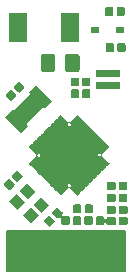
<source format=gbr>
G04 #@! TF.GenerationSoftware,KiCad,Pcbnew,(5.0.0)*
G04 #@! TF.CreationDate,2021-02-11T09:18:10+00:00*
G04 #@! TF.ProjectId,ESPV-BUG,455350562D4255472E6B696361645F70,rev?*
G04 #@! TF.SameCoordinates,Original*
G04 #@! TF.FileFunction,Soldermask,Top*
G04 #@! TF.FilePolarity,Negative*
%FSLAX46Y46*%
G04 Gerber Fmt 4.6, Leading zero omitted, Abs format (unit mm)*
G04 Created by KiCad (PCBNEW (5.0.0)) date 02/11/21 09:18:10*
%MOMM*%
%LPD*%
G01*
G04 APERTURE LIST*
%ADD10C,0.150000*%
%ADD11C,0.100000*%
G04 APERTURE END LIST*
D10*
G04 #@! TO.C,AE1*
G36*
X166100000Y-91150000D02*
X176100000Y-91150000D01*
X176100000Y-87700000D01*
X166100000Y-87700000D01*
X166100000Y-91150000D01*
G37*
X166100000Y-91150000D02*
X176100000Y-91150000D01*
X176100000Y-87700000D01*
X166100000Y-87700000D01*
X166100000Y-91150000D01*
D11*
G36*
X175801000Y-90576000D02*
X172199000Y-90576000D01*
X172199000Y-89124000D01*
X175801000Y-89124000D01*
X175801000Y-90576000D01*
X175801000Y-90576000D01*
G37*
G36*
X167101000Y-90576000D02*
X166199000Y-90576000D01*
X166199000Y-89124000D01*
X167101000Y-89124000D01*
X167101000Y-90576000D01*
X167101000Y-90576000D01*
G37*
G36*
X169667866Y-86427385D02*
X169688484Y-86433639D01*
X169707484Y-86443795D01*
X169728909Y-86461378D01*
X170088622Y-86821091D01*
X170106205Y-86842516D01*
X170116361Y-86861516D01*
X170122615Y-86882134D01*
X170124726Y-86903572D01*
X170122615Y-86925010D01*
X170116361Y-86945628D01*
X170106205Y-86964628D01*
X170088622Y-86986053D01*
X169764265Y-87310410D01*
X169742840Y-87327993D01*
X169723840Y-87338149D01*
X169703222Y-87344403D01*
X169681784Y-87346514D01*
X169660346Y-87344403D01*
X169639728Y-87338149D01*
X169620728Y-87327993D01*
X169599303Y-87310410D01*
X169239590Y-86950697D01*
X169222007Y-86929272D01*
X169211851Y-86910272D01*
X169205597Y-86889654D01*
X169203486Y-86868216D01*
X169205597Y-86846778D01*
X169211851Y-86826160D01*
X169222007Y-86807160D01*
X169239590Y-86785735D01*
X169563947Y-86461378D01*
X169585372Y-86443795D01*
X169604372Y-86433639D01*
X169624990Y-86427385D01*
X169646428Y-86425274D01*
X169667866Y-86427385D01*
X169667866Y-86427385D01*
G37*
G36*
X174206938Y-86481716D02*
X174227556Y-86487970D01*
X174246556Y-86498126D01*
X174263208Y-86511792D01*
X174276874Y-86528444D01*
X174287030Y-86547444D01*
X174293284Y-86568062D01*
X174295705Y-86592642D01*
X174300486Y-86616675D01*
X174309863Y-86639314D01*
X174323477Y-86659689D01*
X174340805Y-86677016D01*
X174361179Y-86690630D01*
X174383818Y-86700007D01*
X174407852Y-86704787D01*
X174432356Y-86704787D01*
X174456389Y-86700006D01*
X174479028Y-86690629D01*
X174499403Y-86677015D01*
X174516730Y-86659687D01*
X174530344Y-86639313D01*
X174535128Y-86627761D01*
X174548126Y-86603444D01*
X174561792Y-86586792D01*
X174578444Y-86573126D01*
X174597444Y-86562970D01*
X174618062Y-86556716D01*
X174645640Y-86554000D01*
X175154360Y-86554000D01*
X175181938Y-86556716D01*
X175202556Y-86562970D01*
X175221556Y-86573126D01*
X175238208Y-86586792D01*
X175251874Y-86603444D01*
X175262030Y-86622444D01*
X175268284Y-86643062D01*
X175271000Y-86670640D01*
X175271000Y-87129360D01*
X175268284Y-87156938D01*
X175262030Y-87177556D01*
X175251874Y-87196556D01*
X175238208Y-87213208D01*
X175221556Y-87226874D01*
X175202556Y-87237030D01*
X175181938Y-87243284D01*
X175154360Y-87246000D01*
X174645640Y-87246000D01*
X174618062Y-87243284D01*
X174597444Y-87237030D01*
X174578444Y-87226874D01*
X174561792Y-87213208D01*
X174548126Y-87196556D01*
X174537971Y-87177557D01*
X174528326Y-87145762D01*
X174518948Y-87123123D01*
X174505334Y-87102749D01*
X174488007Y-87085422D01*
X174467633Y-87071808D01*
X174444994Y-87062430D01*
X174420960Y-87057650D01*
X174396456Y-87057650D01*
X174372422Y-87062430D01*
X174349783Y-87071808D01*
X174329409Y-87085422D01*
X174312082Y-87102749D01*
X174298468Y-87123123D01*
X174289090Y-87145765D01*
X174287031Y-87152554D01*
X174276874Y-87171556D01*
X174263208Y-87188208D01*
X174246556Y-87201874D01*
X174227556Y-87212030D01*
X174206938Y-87218284D01*
X174179360Y-87221000D01*
X173720640Y-87221000D01*
X173693062Y-87218284D01*
X173672444Y-87212030D01*
X173653444Y-87201874D01*
X173636792Y-87188208D01*
X173623126Y-87171556D01*
X173612970Y-87152556D01*
X173606716Y-87131938D01*
X173604000Y-87104360D01*
X173604000Y-86595640D01*
X173606716Y-86568062D01*
X173612970Y-86547444D01*
X173623126Y-86528444D01*
X173636792Y-86511792D01*
X173653444Y-86498126D01*
X173672444Y-86487970D01*
X173693062Y-86481716D01*
X173720640Y-86479000D01*
X174179360Y-86479000D01*
X174206938Y-86481716D01*
X174206938Y-86481716D01*
G37*
G36*
X176196938Y-86541716D02*
X176217556Y-86547970D01*
X176236556Y-86558126D01*
X176253208Y-86571792D01*
X176266874Y-86588444D01*
X176277030Y-86607444D01*
X176283284Y-86628062D01*
X176286000Y-86655640D01*
X176286000Y-87114360D01*
X176283284Y-87141938D01*
X176277030Y-87162556D01*
X176266874Y-87181556D01*
X176253208Y-87198208D01*
X176236556Y-87211874D01*
X176217556Y-87222030D01*
X176196938Y-87228284D01*
X176169360Y-87231000D01*
X175660640Y-87231000D01*
X175633062Y-87228284D01*
X175612444Y-87222030D01*
X175593444Y-87211874D01*
X175576792Y-87198208D01*
X175563126Y-87181556D01*
X175552970Y-87162556D01*
X175546716Y-87141938D01*
X175544000Y-87114360D01*
X175544000Y-86655640D01*
X175546716Y-86628062D01*
X175552970Y-86607444D01*
X175563126Y-86588444D01*
X175576792Y-86571792D01*
X175593444Y-86558126D01*
X175612444Y-86547970D01*
X175633062Y-86541716D01*
X175660640Y-86539000D01*
X176169360Y-86539000D01*
X176196938Y-86541716D01*
X176196938Y-86541716D01*
G37*
G36*
X173236938Y-86481716D02*
X173257556Y-86487970D01*
X173276556Y-86498126D01*
X173293208Y-86511792D01*
X173306874Y-86528444D01*
X173317030Y-86547444D01*
X173323284Y-86568062D01*
X173326000Y-86595640D01*
X173326000Y-87104360D01*
X173323284Y-87131938D01*
X173317030Y-87152556D01*
X173306874Y-87171556D01*
X173293208Y-87188208D01*
X173276556Y-87201874D01*
X173257556Y-87212030D01*
X173236938Y-87218284D01*
X173209360Y-87221000D01*
X172750640Y-87221000D01*
X172723062Y-87218284D01*
X172702444Y-87212030D01*
X172683444Y-87201874D01*
X172666792Y-87188208D01*
X172653126Y-87171556D01*
X172642970Y-87152556D01*
X172636716Y-87131938D01*
X172634000Y-87104360D01*
X172634000Y-86595640D01*
X172636716Y-86568062D01*
X172642970Y-86547444D01*
X172653126Y-86528444D01*
X172666792Y-86511792D01*
X172683444Y-86498126D01*
X172702444Y-86487970D01*
X172723062Y-86481716D01*
X172750640Y-86479000D01*
X173209360Y-86479000D01*
X173236938Y-86481716D01*
X173236938Y-86481716D01*
G37*
G36*
X172256938Y-86481716D02*
X172277556Y-86487970D01*
X172296556Y-86498126D01*
X172313208Y-86511792D01*
X172326874Y-86528444D01*
X172337030Y-86547444D01*
X172343284Y-86568062D01*
X172346000Y-86595640D01*
X172346000Y-87104360D01*
X172343284Y-87131938D01*
X172337030Y-87152556D01*
X172326874Y-87171556D01*
X172313208Y-87188208D01*
X172296556Y-87201874D01*
X172277556Y-87212030D01*
X172256938Y-87218284D01*
X172229360Y-87221000D01*
X171770640Y-87221000D01*
X171743062Y-87218284D01*
X171722444Y-87212030D01*
X171703444Y-87201874D01*
X171686792Y-87188208D01*
X171673126Y-87171556D01*
X171662970Y-87152556D01*
X171656716Y-87131938D01*
X171654000Y-87104360D01*
X171654000Y-86595640D01*
X171656716Y-86568062D01*
X171662970Y-86547444D01*
X171673126Y-86528444D01*
X171686792Y-86511792D01*
X171703444Y-86498126D01*
X171722444Y-86487970D01*
X171743062Y-86481716D01*
X171770640Y-86479000D01*
X172229360Y-86479000D01*
X172256938Y-86481716D01*
X172256938Y-86481716D01*
G37*
G36*
X170353760Y-85741491D02*
X170374378Y-85747745D01*
X170393378Y-85757901D01*
X170414803Y-85775484D01*
X170774516Y-86135197D01*
X170792099Y-86156622D01*
X170802255Y-86175622D01*
X170808509Y-86196240D01*
X170810620Y-86217678D01*
X170808509Y-86239116D01*
X170802255Y-86259734D01*
X170789641Y-86283333D01*
X170781792Y-86295080D01*
X170772416Y-86317720D01*
X170767636Y-86341754D01*
X170767637Y-86366258D01*
X170772419Y-86390291D01*
X170781798Y-86412930D01*
X170795412Y-86433304D01*
X170812740Y-86450630D01*
X170833115Y-86464243D01*
X170855755Y-86473619D01*
X170892035Y-86479000D01*
X171259360Y-86479000D01*
X171286938Y-86481716D01*
X171307556Y-86487970D01*
X171326556Y-86498126D01*
X171343208Y-86511792D01*
X171356874Y-86528444D01*
X171367030Y-86547444D01*
X171373284Y-86568062D01*
X171376000Y-86595640D01*
X171376000Y-87104360D01*
X171373284Y-87131938D01*
X171367030Y-87152556D01*
X171356874Y-87171556D01*
X171343208Y-87188208D01*
X171326556Y-87201874D01*
X171307556Y-87212030D01*
X171286938Y-87218284D01*
X171259360Y-87221000D01*
X170800640Y-87221000D01*
X170773062Y-87218284D01*
X170752444Y-87212030D01*
X170733444Y-87201874D01*
X170716792Y-87188208D01*
X170703126Y-87171556D01*
X170692970Y-87152556D01*
X170686716Y-87131938D01*
X170684000Y-87104360D01*
X170684000Y-86692451D01*
X170681598Y-86668065D01*
X170674485Y-86644616D01*
X170662934Y-86623005D01*
X170647388Y-86604063D01*
X170628446Y-86588517D01*
X170606835Y-86576966D01*
X170583386Y-86569853D01*
X170559000Y-86567451D01*
X170534614Y-86569853D01*
X170511165Y-86576966D01*
X170489554Y-86588517D01*
X170470612Y-86604063D01*
X170450159Y-86624516D01*
X170428734Y-86642099D01*
X170409734Y-86652255D01*
X170389116Y-86658509D01*
X170367678Y-86660620D01*
X170346240Y-86658509D01*
X170325622Y-86652255D01*
X170306622Y-86642099D01*
X170285197Y-86624516D01*
X169925484Y-86264803D01*
X169907901Y-86243378D01*
X169897745Y-86224378D01*
X169891491Y-86203760D01*
X169889380Y-86182322D01*
X169891491Y-86160884D01*
X169897745Y-86140266D01*
X169907901Y-86121266D01*
X169925484Y-86099841D01*
X170249841Y-85775484D01*
X170271266Y-85757901D01*
X170290266Y-85747745D01*
X170310884Y-85741491D01*
X170332322Y-85739380D01*
X170353760Y-85741491D01*
X170353760Y-85741491D01*
G37*
G36*
X168789587Y-86435660D02*
X168151776Y-87073471D01*
X167443255Y-86364950D01*
X168081066Y-85727139D01*
X168789587Y-86435660D01*
X168789587Y-86435660D01*
G37*
G36*
X175181938Y-85586716D02*
X175202556Y-85592970D01*
X175221556Y-85603126D01*
X175238208Y-85616792D01*
X175251874Y-85633444D01*
X175262030Y-85652444D01*
X175268284Y-85673062D01*
X175271000Y-85700640D01*
X175271000Y-86159360D01*
X175268284Y-86186938D01*
X175262030Y-86207556D01*
X175251874Y-86226556D01*
X175238208Y-86243208D01*
X175221556Y-86256874D01*
X175202556Y-86267030D01*
X175181938Y-86273284D01*
X175154360Y-86276000D01*
X174645640Y-86276000D01*
X174618062Y-86273284D01*
X174597444Y-86267030D01*
X174578444Y-86256874D01*
X174561792Y-86243208D01*
X174548126Y-86226556D01*
X174537970Y-86207556D01*
X174531716Y-86186938D01*
X174529000Y-86159360D01*
X174529000Y-85700640D01*
X174531716Y-85673062D01*
X174537970Y-85652444D01*
X174548126Y-85633444D01*
X174561792Y-85616792D01*
X174578444Y-85603126D01*
X174597444Y-85592970D01*
X174618062Y-85586716D01*
X174645640Y-85584000D01*
X175154360Y-85584000D01*
X175181938Y-85586716D01*
X175181938Y-85586716D01*
G37*
G36*
X176196938Y-85571716D02*
X176217556Y-85577970D01*
X176236556Y-85588126D01*
X176253208Y-85601792D01*
X176266874Y-85618444D01*
X176277030Y-85637444D01*
X176283284Y-85658062D01*
X176286000Y-85685640D01*
X176286000Y-86144360D01*
X176283284Y-86171938D01*
X176277030Y-86192556D01*
X176266874Y-86211556D01*
X176253208Y-86228208D01*
X176236556Y-86241874D01*
X176217556Y-86252030D01*
X176196938Y-86258284D01*
X176169360Y-86261000D01*
X175660640Y-86261000D01*
X175633062Y-86258284D01*
X175612444Y-86252030D01*
X175593444Y-86241874D01*
X175576792Y-86228208D01*
X175563126Y-86211556D01*
X175552970Y-86192556D01*
X175546716Y-86171938D01*
X175544000Y-86144360D01*
X175544000Y-85685640D01*
X175546716Y-85658062D01*
X175552970Y-85637444D01*
X175563126Y-85618444D01*
X175576792Y-85601792D01*
X175593444Y-85588126D01*
X175612444Y-85577970D01*
X175633062Y-85571716D01*
X175660640Y-85569000D01*
X176169360Y-85569000D01*
X176196938Y-85571716D01*
X176196938Y-85571716D01*
G37*
G36*
X172286938Y-85481716D02*
X172307556Y-85487970D01*
X172326556Y-85498126D01*
X172343208Y-85511792D01*
X172356874Y-85528444D01*
X172367030Y-85547444D01*
X172373284Y-85568062D01*
X172376000Y-85595640D01*
X172376000Y-86104360D01*
X172373284Y-86131938D01*
X172367030Y-86152556D01*
X172356874Y-86171556D01*
X172343208Y-86188208D01*
X172326556Y-86201874D01*
X172307556Y-86212030D01*
X172286938Y-86218284D01*
X172259360Y-86221000D01*
X171800640Y-86221000D01*
X171773062Y-86218284D01*
X171752444Y-86212030D01*
X171733444Y-86201874D01*
X171716792Y-86188208D01*
X171703126Y-86171556D01*
X171692970Y-86152556D01*
X171686716Y-86131938D01*
X171684000Y-86104360D01*
X171684000Y-85595640D01*
X171686716Y-85568062D01*
X171692970Y-85547444D01*
X171703126Y-85528444D01*
X171716792Y-85511792D01*
X171733444Y-85498126D01*
X171752444Y-85487970D01*
X171773062Y-85481716D01*
X171800640Y-85479000D01*
X172259360Y-85479000D01*
X172286938Y-85481716D01*
X172286938Y-85481716D01*
G37*
G36*
X173256938Y-85481716D02*
X173277556Y-85487970D01*
X173296556Y-85498126D01*
X173313208Y-85511792D01*
X173326874Y-85528444D01*
X173337030Y-85547444D01*
X173343284Y-85568062D01*
X173346000Y-85595640D01*
X173346000Y-86104360D01*
X173343284Y-86131938D01*
X173337030Y-86152556D01*
X173326874Y-86171556D01*
X173313208Y-86188208D01*
X173296556Y-86201874D01*
X173277556Y-86212030D01*
X173256938Y-86218284D01*
X173229360Y-86221000D01*
X172770640Y-86221000D01*
X172743062Y-86218284D01*
X172722444Y-86212030D01*
X172703444Y-86201874D01*
X172686792Y-86188208D01*
X172673126Y-86171556D01*
X172662970Y-86152556D01*
X172656716Y-86131938D01*
X172654000Y-86104360D01*
X172654000Y-85595640D01*
X172656716Y-85568062D01*
X172662970Y-85547444D01*
X172673126Y-85528444D01*
X172686792Y-85511792D01*
X172703444Y-85498126D01*
X172722444Y-85487970D01*
X172743062Y-85481716D01*
X172770640Y-85479000D01*
X173229360Y-85479000D01*
X173256938Y-85481716D01*
X173256938Y-85481716D01*
G37*
G36*
X169673471Y-85551776D02*
X169035660Y-86189587D01*
X168327139Y-85481066D01*
X168964950Y-84843255D01*
X169673471Y-85551776D01*
X169673471Y-85551776D01*
G37*
G36*
X167622861Y-85268934D02*
X166985050Y-85906745D01*
X166276529Y-85198224D01*
X166914340Y-84560413D01*
X167622861Y-85268934D01*
X167622861Y-85268934D01*
G37*
G36*
X175181938Y-84556716D02*
X175202556Y-84562970D01*
X175221556Y-84573126D01*
X175238208Y-84586792D01*
X175251874Y-84603444D01*
X175262030Y-84622444D01*
X175268284Y-84643062D01*
X175271000Y-84670640D01*
X175271000Y-85129360D01*
X175268284Y-85156938D01*
X175262030Y-85177556D01*
X175251874Y-85196556D01*
X175238208Y-85213208D01*
X175221556Y-85226874D01*
X175202556Y-85237030D01*
X175181938Y-85243284D01*
X175154360Y-85246000D01*
X174645640Y-85246000D01*
X174618062Y-85243284D01*
X174597444Y-85237030D01*
X174578444Y-85226874D01*
X174561792Y-85213208D01*
X174548126Y-85196556D01*
X174537970Y-85177556D01*
X174531716Y-85156938D01*
X174529000Y-85129360D01*
X174529000Y-84670640D01*
X174531716Y-84643062D01*
X174537970Y-84622444D01*
X174548126Y-84603444D01*
X174561792Y-84586792D01*
X174578444Y-84573126D01*
X174597444Y-84562970D01*
X174618062Y-84556716D01*
X174645640Y-84554000D01*
X175154360Y-84554000D01*
X175181938Y-84556716D01*
X175181938Y-84556716D01*
G37*
G36*
X176181938Y-84556716D02*
X176202556Y-84562970D01*
X176221556Y-84573126D01*
X176238208Y-84586792D01*
X176251874Y-84603444D01*
X176262030Y-84622444D01*
X176268284Y-84643062D01*
X176271000Y-84670640D01*
X176271000Y-85129360D01*
X176268284Y-85156938D01*
X176262030Y-85177556D01*
X176251874Y-85196556D01*
X176238208Y-85213208D01*
X176221556Y-85226874D01*
X176202556Y-85237030D01*
X176181938Y-85243284D01*
X176154360Y-85246000D01*
X175645640Y-85246000D01*
X175618062Y-85243284D01*
X175597444Y-85237030D01*
X175578444Y-85226874D01*
X175561792Y-85213208D01*
X175548126Y-85196556D01*
X175537970Y-85177556D01*
X175531716Y-85156938D01*
X175529000Y-85129360D01*
X175529000Y-84670640D01*
X175531716Y-84643062D01*
X175537970Y-84622444D01*
X175548126Y-84603444D01*
X175561792Y-84586792D01*
X175578444Y-84573126D01*
X175597444Y-84562970D01*
X175618062Y-84556716D01*
X175645640Y-84554000D01*
X176154360Y-84554000D01*
X176181938Y-84556716D01*
X176181938Y-84556716D01*
G37*
G36*
X168506745Y-84385050D02*
X167868934Y-85022861D01*
X167160413Y-84314340D01*
X167798224Y-83676529D01*
X168506745Y-84385050D01*
X168506745Y-84385050D01*
G37*
G36*
X172061964Y-77880763D02*
X172066635Y-77882180D01*
X172070937Y-77884480D01*
X172079487Y-77891496D01*
X172283630Y-78095639D01*
X172290646Y-78104189D01*
X172292946Y-78108491D01*
X172294363Y-78113162D01*
X172295171Y-78121366D01*
X172299952Y-78145400D01*
X172309330Y-78168039D01*
X172322945Y-78188413D01*
X172340272Y-78205739D01*
X172360647Y-78219353D01*
X172383287Y-78228730D01*
X172407313Y-78233509D01*
X172415517Y-78234317D01*
X172420188Y-78235734D01*
X172424490Y-78238034D01*
X172433040Y-78245050D01*
X172637183Y-78449193D01*
X172644199Y-78457743D01*
X172646499Y-78462045D01*
X172647916Y-78466716D01*
X172648724Y-78474920D01*
X172653506Y-78498953D01*
X172662884Y-78521592D01*
X172676498Y-78541966D01*
X172693826Y-78559293D01*
X172714201Y-78572906D01*
X172736840Y-78582283D01*
X172760867Y-78587062D01*
X172769071Y-78587870D01*
X172773742Y-78589287D01*
X172778044Y-78591587D01*
X172786594Y-78598603D01*
X172990737Y-78802746D01*
X172997753Y-78811296D01*
X173000053Y-78815598D01*
X173001470Y-78820269D01*
X173002278Y-78828473D01*
X173007059Y-78852507D01*
X173016437Y-78875146D01*
X173030052Y-78895520D01*
X173047379Y-78912846D01*
X173067754Y-78926460D01*
X173090394Y-78935837D01*
X173114420Y-78940616D01*
X173122624Y-78941424D01*
X173127295Y-78942841D01*
X173131597Y-78945141D01*
X173140147Y-78952157D01*
X173344290Y-79156300D01*
X173351306Y-79164850D01*
X173353606Y-79169152D01*
X173355023Y-79173823D01*
X173355831Y-79182027D01*
X173360613Y-79206060D01*
X173369991Y-79228699D01*
X173383605Y-79249073D01*
X173400933Y-79266400D01*
X173421308Y-79280013D01*
X173443947Y-79289390D01*
X173467973Y-79294169D01*
X173476177Y-79294977D01*
X173480848Y-79296394D01*
X173485150Y-79298694D01*
X173493700Y-79305710D01*
X173697843Y-79509853D01*
X173704859Y-79518403D01*
X173707159Y-79522705D01*
X173708576Y-79527376D01*
X173709384Y-79535580D01*
X173714166Y-79559613D01*
X173723544Y-79582252D01*
X173737158Y-79602626D01*
X173754486Y-79619953D01*
X173774861Y-79633566D01*
X173797500Y-79642943D01*
X173821527Y-79647722D01*
X173829731Y-79648530D01*
X173834402Y-79649947D01*
X173838704Y-79652247D01*
X173847254Y-79659263D01*
X174051397Y-79863406D01*
X174058413Y-79871956D01*
X174060713Y-79876258D01*
X174062130Y-79880929D01*
X174062938Y-79889133D01*
X174067719Y-79913167D01*
X174077097Y-79935806D01*
X174090712Y-79956180D01*
X174108039Y-79973506D01*
X174128414Y-79987120D01*
X174151054Y-79996497D01*
X174175080Y-80001276D01*
X174183284Y-80002084D01*
X174187955Y-80003501D01*
X174192257Y-80005801D01*
X174200807Y-80012817D01*
X174404950Y-80216960D01*
X174411966Y-80225510D01*
X174414266Y-80229812D01*
X174415683Y-80234483D01*
X174416491Y-80242687D01*
X174421273Y-80266720D01*
X174430651Y-80289359D01*
X174444265Y-80309733D01*
X174461593Y-80327060D01*
X174481968Y-80340673D01*
X174504607Y-80350050D01*
X174528634Y-80354829D01*
X174536838Y-80355637D01*
X174541509Y-80357054D01*
X174545811Y-80359354D01*
X174554361Y-80366370D01*
X174758504Y-80570513D01*
X174765520Y-80579063D01*
X174767820Y-80583365D01*
X174769237Y-80588036D01*
X174769715Y-80592893D01*
X174769237Y-80597750D01*
X174767820Y-80602421D01*
X174765520Y-80606723D01*
X174758504Y-80615273D01*
X174162165Y-81211612D01*
X174146619Y-81230554D01*
X174135068Y-81252165D01*
X174127955Y-81275614D01*
X174125553Y-81300000D01*
X174127955Y-81324386D01*
X174135068Y-81347835D01*
X174146619Y-81369446D01*
X174162165Y-81388388D01*
X174758504Y-81984727D01*
X174765520Y-81993277D01*
X174767820Y-81997579D01*
X174769237Y-82002250D01*
X174769715Y-82007107D01*
X174769237Y-82011964D01*
X174767820Y-82016635D01*
X174765520Y-82020937D01*
X174758504Y-82029487D01*
X174554361Y-82233630D01*
X174545811Y-82240646D01*
X174541509Y-82242946D01*
X174536838Y-82244363D01*
X174528634Y-82245171D01*
X174504600Y-82249952D01*
X174481961Y-82259330D01*
X174461587Y-82272945D01*
X174444261Y-82290272D01*
X174430647Y-82310647D01*
X174421270Y-82333287D01*
X174416491Y-82357313D01*
X174415683Y-82365517D01*
X174414266Y-82370188D01*
X174411966Y-82374490D01*
X174404950Y-82383040D01*
X174200807Y-82587183D01*
X174192257Y-82594199D01*
X174187955Y-82596499D01*
X174183284Y-82597916D01*
X174175080Y-82598724D01*
X174151047Y-82603506D01*
X174128408Y-82612884D01*
X174108034Y-82626498D01*
X174090707Y-82643826D01*
X174077094Y-82664201D01*
X174067717Y-82686840D01*
X174062938Y-82710867D01*
X174062130Y-82719071D01*
X174060713Y-82723742D01*
X174058413Y-82728044D01*
X174051397Y-82736594D01*
X173847254Y-82940737D01*
X173838704Y-82947753D01*
X173834402Y-82950053D01*
X173829731Y-82951470D01*
X173821527Y-82952278D01*
X173797493Y-82957059D01*
X173774854Y-82966437D01*
X173754480Y-82980052D01*
X173737154Y-82997379D01*
X173723540Y-83017754D01*
X173714163Y-83040394D01*
X173709384Y-83064420D01*
X173708576Y-83072624D01*
X173707159Y-83077295D01*
X173704859Y-83081597D01*
X173697843Y-83090147D01*
X173493700Y-83294290D01*
X173485150Y-83301306D01*
X173480848Y-83303606D01*
X173476177Y-83305023D01*
X173467973Y-83305831D01*
X173443940Y-83310613D01*
X173421301Y-83319991D01*
X173400927Y-83333605D01*
X173383600Y-83350933D01*
X173369987Y-83371308D01*
X173360610Y-83393947D01*
X173355831Y-83417973D01*
X173355023Y-83426177D01*
X173353606Y-83430848D01*
X173351306Y-83435150D01*
X173344290Y-83443700D01*
X173140147Y-83647843D01*
X173131597Y-83654859D01*
X173127295Y-83657159D01*
X173122624Y-83658576D01*
X173114420Y-83659384D01*
X173090387Y-83664166D01*
X173067748Y-83673544D01*
X173047374Y-83687158D01*
X173030047Y-83704486D01*
X173016434Y-83724861D01*
X173007057Y-83747500D01*
X173002278Y-83771527D01*
X173001470Y-83779731D01*
X173000053Y-83784402D01*
X172997753Y-83788704D01*
X172990737Y-83797254D01*
X172786594Y-84001397D01*
X172778044Y-84008413D01*
X172773742Y-84010713D01*
X172769071Y-84012130D01*
X172760867Y-84012938D01*
X172736833Y-84017719D01*
X172714194Y-84027097D01*
X172693820Y-84040712D01*
X172676494Y-84058039D01*
X172662880Y-84078414D01*
X172653503Y-84101054D01*
X172648724Y-84125080D01*
X172647916Y-84133284D01*
X172646499Y-84137955D01*
X172644199Y-84142257D01*
X172637183Y-84150807D01*
X172433040Y-84354950D01*
X172424490Y-84361966D01*
X172420188Y-84364266D01*
X172415517Y-84365683D01*
X172407313Y-84366491D01*
X172383280Y-84371273D01*
X172360641Y-84380651D01*
X172340267Y-84394265D01*
X172322940Y-84411593D01*
X172309327Y-84431968D01*
X172299950Y-84454607D01*
X172295171Y-84478634D01*
X172294363Y-84486838D01*
X172292946Y-84491509D01*
X172290646Y-84495811D01*
X172283630Y-84504361D01*
X172079487Y-84708504D01*
X172070937Y-84715520D01*
X172066635Y-84717820D01*
X172061964Y-84719237D01*
X172057107Y-84719715D01*
X172052250Y-84719237D01*
X172047579Y-84717820D01*
X172043277Y-84715520D01*
X172034727Y-84708504D01*
X171438388Y-84112165D01*
X171419446Y-84096619D01*
X171397835Y-84085068D01*
X171374386Y-84077955D01*
X171350000Y-84075553D01*
X171325614Y-84077955D01*
X171302165Y-84085068D01*
X171280554Y-84096619D01*
X171261612Y-84112165D01*
X170665273Y-84708504D01*
X170656723Y-84715520D01*
X170652421Y-84717820D01*
X170647750Y-84719237D01*
X170642893Y-84719715D01*
X170638036Y-84719237D01*
X170633365Y-84717820D01*
X170629063Y-84715520D01*
X170620513Y-84708504D01*
X170416370Y-84504361D01*
X170409354Y-84495811D01*
X170407054Y-84491509D01*
X170405637Y-84486838D01*
X170404829Y-84478634D01*
X170400048Y-84454600D01*
X170390670Y-84431961D01*
X170377055Y-84411587D01*
X170359728Y-84394261D01*
X170339353Y-84380647D01*
X170316713Y-84371270D01*
X170292687Y-84366491D01*
X170284483Y-84365683D01*
X170279812Y-84364266D01*
X170275510Y-84361966D01*
X170266960Y-84354950D01*
X170062817Y-84150807D01*
X170055801Y-84142257D01*
X170053501Y-84137955D01*
X170052084Y-84133284D01*
X170051276Y-84125080D01*
X170046494Y-84101047D01*
X170037116Y-84078408D01*
X170023502Y-84058034D01*
X170006174Y-84040707D01*
X169985799Y-84027094D01*
X169963160Y-84017717D01*
X169939133Y-84012938D01*
X169930929Y-84012130D01*
X169926258Y-84010713D01*
X169921956Y-84008413D01*
X169913406Y-84001397D01*
X169797986Y-83885977D01*
X171219806Y-83885977D01*
X171224586Y-83910011D01*
X171233962Y-83932650D01*
X171247575Y-83953025D01*
X171255817Y-83962118D01*
X171261612Y-83967913D01*
X171280554Y-83983459D01*
X171302165Y-83995010D01*
X171325614Y-84002123D01*
X171350000Y-84004525D01*
X171374386Y-84002123D01*
X171397835Y-83995010D01*
X171419446Y-83983459D01*
X171438388Y-83967913D01*
X171444183Y-83962118D01*
X171459729Y-83943176D01*
X171471280Y-83921565D01*
X171478393Y-83898116D01*
X171480795Y-83873730D01*
X171478393Y-83849344D01*
X171471280Y-83825895D01*
X171459729Y-83804284D01*
X171444183Y-83785342D01*
X171425241Y-83769796D01*
X171403630Y-83758245D01*
X171380181Y-83751132D01*
X171355795Y-83748730D01*
X171343549Y-83749331D01*
X171331958Y-83749331D01*
X171307924Y-83754111D01*
X171285285Y-83763487D01*
X171264910Y-83777100D01*
X171247582Y-83794427D01*
X171233967Y-83814801D01*
X171224589Y-83837439D01*
X171219807Y-83861473D01*
X171219806Y-83885977D01*
X169797986Y-83885977D01*
X169709263Y-83797254D01*
X169702247Y-83788704D01*
X169699947Y-83784402D01*
X169698530Y-83779731D01*
X169697722Y-83771527D01*
X169692941Y-83747493D01*
X169683563Y-83724854D01*
X169669948Y-83704480D01*
X169652621Y-83687154D01*
X169632246Y-83673540D01*
X169609606Y-83664163D01*
X169585580Y-83659384D01*
X169577376Y-83658576D01*
X169572705Y-83657159D01*
X169568403Y-83654859D01*
X169559853Y-83647843D01*
X169355710Y-83443700D01*
X169348694Y-83435150D01*
X169346394Y-83430848D01*
X169344977Y-83426177D01*
X169344169Y-83417973D01*
X169339387Y-83393940D01*
X169330009Y-83371301D01*
X169316395Y-83350927D01*
X169299067Y-83333600D01*
X169278692Y-83319987D01*
X169256053Y-83310610D01*
X169232027Y-83305831D01*
X169223823Y-83305023D01*
X169219152Y-83303606D01*
X169214850Y-83301306D01*
X169206300Y-83294290D01*
X169002157Y-83090147D01*
X168995141Y-83081597D01*
X168992841Y-83077295D01*
X168991424Y-83072624D01*
X168990616Y-83064420D01*
X168985834Y-83040387D01*
X168976456Y-83017748D01*
X168962842Y-82997374D01*
X168945514Y-82980047D01*
X168925139Y-82966434D01*
X168902500Y-82957057D01*
X168878473Y-82952278D01*
X168870269Y-82951470D01*
X168865598Y-82950053D01*
X168861296Y-82947753D01*
X168852746Y-82940737D01*
X168648603Y-82736594D01*
X168641587Y-82728044D01*
X168639287Y-82723742D01*
X168637870Y-82719071D01*
X168637062Y-82710867D01*
X168632281Y-82686833D01*
X168622903Y-82664194D01*
X168609288Y-82643820D01*
X168591961Y-82626494D01*
X168571586Y-82612880D01*
X168548946Y-82603503D01*
X168524920Y-82598724D01*
X168516716Y-82597916D01*
X168512045Y-82596499D01*
X168507743Y-82594199D01*
X168499193Y-82587183D01*
X168295050Y-82383040D01*
X168288034Y-82374490D01*
X168285734Y-82370188D01*
X168284317Y-82365517D01*
X168283509Y-82357313D01*
X168278727Y-82333280D01*
X168269349Y-82310641D01*
X168255735Y-82290267D01*
X168238407Y-82272940D01*
X168218032Y-82259327D01*
X168195393Y-82249950D01*
X168171366Y-82245171D01*
X168163162Y-82244363D01*
X168158491Y-82242946D01*
X168154189Y-82240646D01*
X168145639Y-82233630D01*
X167941496Y-82029487D01*
X167934480Y-82020937D01*
X167932180Y-82016635D01*
X167930763Y-82011964D01*
X167930285Y-82007107D01*
X167930763Y-82002250D01*
X167932180Y-81997579D01*
X167934480Y-81993277D01*
X167941496Y-81984727D01*
X168537835Y-81388388D01*
X168553381Y-81369446D01*
X168564932Y-81347835D01*
X168572045Y-81324386D01*
X168574447Y-81300000D01*
X168645475Y-81300000D01*
X168647877Y-81324386D01*
X168654990Y-81347835D01*
X168666541Y-81369446D01*
X168682087Y-81388388D01*
X168687882Y-81394183D01*
X168706824Y-81409729D01*
X168728435Y-81421280D01*
X168751884Y-81428393D01*
X168776270Y-81430795D01*
X168800656Y-81428393D01*
X168824105Y-81421280D01*
X168845716Y-81409729D01*
X168864658Y-81394183D01*
X168880204Y-81375241D01*
X168891755Y-81353630D01*
X168898868Y-81330181D01*
X168901270Y-81305795D01*
X168900702Y-81294205D01*
X173798730Y-81294205D01*
X173799331Y-81306451D01*
X173799331Y-81318042D01*
X173804111Y-81342076D01*
X173813487Y-81364715D01*
X173827100Y-81385090D01*
X173844427Y-81402418D01*
X173864801Y-81416033D01*
X173887439Y-81425411D01*
X173911473Y-81430193D01*
X173935977Y-81430194D01*
X173960011Y-81425414D01*
X173982650Y-81416038D01*
X174003025Y-81402425D01*
X174012118Y-81394183D01*
X174017913Y-81388388D01*
X174033459Y-81369446D01*
X174045010Y-81347835D01*
X174052123Y-81324386D01*
X174054525Y-81300000D01*
X174052123Y-81275614D01*
X174045010Y-81252165D01*
X174033459Y-81230554D01*
X174017913Y-81211612D01*
X174012118Y-81205817D01*
X173993176Y-81190271D01*
X173971565Y-81178720D01*
X173948116Y-81171607D01*
X173923730Y-81169205D01*
X173899344Y-81171607D01*
X173875895Y-81178720D01*
X173854284Y-81190271D01*
X173835342Y-81205817D01*
X173819796Y-81224759D01*
X173808245Y-81246370D01*
X173801132Y-81269819D01*
X173798730Y-81294205D01*
X168900702Y-81294205D01*
X168900669Y-81293549D01*
X168900669Y-81281958D01*
X168895889Y-81257924D01*
X168886513Y-81235285D01*
X168872900Y-81214910D01*
X168855573Y-81197582D01*
X168835199Y-81183967D01*
X168812561Y-81174589D01*
X168788527Y-81169807D01*
X168764023Y-81169806D01*
X168739989Y-81174586D01*
X168717350Y-81183962D01*
X168696975Y-81197575D01*
X168687882Y-81205817D01*
X168682087Y-81211612D01*
X168666541Y-81230554D01*
X168654990Y-81252165D01*
X168647877Y-81275614D01*
X168645475Y-81300000D01*
X168574447Y-81300000D01*
X168572045Y-81275614D01*
X168564932Y-81252165D01*
X168553381Y-81230554D01*
X168537835Y-81211612D01*
X167941496Y-80615273D01*
X167934480Y-80606723D01*
X167932180Y-80602421D01*
X167930763Y-80597750D01*
X167930285Y-80592893D01*
X167930763Y-80588036D01*
X167932180Y-80583365D01*
X167934480Y-80579063D01*
X167941496Y-80570513D01*
X168145639Y-80366370D01*
X168154189Y-80359354D01*
X168158491Y-80357054D01*
X168163162Y-80355637D01*
X168171366Y-80354829D01*
X168195400Y-80350048D01*
X168218039Y-80340670D01*
X168238413Y-80327055D01*
X168255739Y-80309728D01*
X168269353Y-80289353D01*
X168278730Y-80266713D01*
X168283509Y-80242687D01*
X168284317Y-80234483D01*
X168285734Y-80229812D01*
X168288034Y-80225510D01*
X168295050Y-80216960D01*
X168499193Y-80012817D01*
X168507743Y-80005801D01*
X168512045Y-80003501D01*
X168516716Y-80002084D01*
X168524920Y-80001276D01*
X168548953Y-79996494D01*
X168571592Y-79987116D01*
X168591966Y-79973502D01*
X168609293Y-79956174D01*
X168622906Y-79935799D01*
X168632283Y-79913160D01*
X168637062Y-79889133D01*
X168637870Y-79880929D01*
X168639287Y-79876258D01*
X168641587Y-79871956D01*
X168648603Y-79863406D01*
X168852746Y-79659263D01*
X168861296Y-79652247D01*
X168865598Y-79649947D01*
X168870269Y-79648530D01*
X168878473Y-79647722D01*
X168902507Y-79642941D01*
X168925146Y-79633563D01*
X168945520Y-79619948D01*
X168962846Y-79602621D01*
X168976460Y-79582246D01*
X168985837Y-79559606D01*
X168990616Y-79535580D01*
X168991424Y-79527376D01*
X168992841Y-79522705D01*
X168995141Y-79518403D01*
X169002157Y-79509853D01*
X169206300Y-79305710D01*
X169214850Y-79298694D01*
X169219152Y-79296394D01*
X169223823Y-79294977D01*
X169232027Y-79294169D01*
X169256060Y-79289387D01*
X169278699Y-79280009D01*
X169299073Y-79266395D01*
X169316400Y-79249067D01*
X169330013Y-79228692D01*
X169339390Y-79206053D01*
X169344169Y-79182027D01*
X169344977Y-79173823D01*
X169346394Y-79169152D01*
X169348694Y-79164850D01*
X169355710Y-79156300D01*
X169559853Y-78952157D01*
X169568403Y-78945141D01*
X169572705Y-78942841D01*
X169577376Y-78941424D01*
X169585580Y-78940616D01*
X169609613Y-78935834D01*
X169632252Y-78926456D01*
X169652626Y-78912842D01*
X169669953Y-78895514D01*
X169683566Y-78875139D01*
X169692943Y-78852500D01*
X169697722Y-78828473D01*
X169698530Y-78820269D01*
X169699947Y-78815598D01*
X169702247Y-78811296D01*
X169709263Y-78802746D01*
X169785739Y-78726270D01*
X171219205Y-78726270D01*
X171221607Y-78750656D01*
X171228720Y-78774105D01*
X171240271Y-78795716D01*
X171255817Y-78814658D01*
X171274759Y-78830204D01*
X171296370Y-78841755D01*
X171319819Y-78848868D01*
X171344205Y-78851270D01*
X171356451Y-78850669D01*
X171368042Y-78850669D01*
X171392076Y-78845889D01*
X171414715Y-78836513D01*
X171435090Y-78822900D01*
X171452418Y-78805573D01*
X171466033Y-78785199D01*
X171475411Y-78762561D01*
X171480193Y-78738527D01*
X171480194Y-78714023D01*
X171475414Y-78689989D01*
X171466038Y-78667350D01*
X171452425Y-78646975D01*
X171444183Y-78637882D01*
X171438388Y-78632087D01*
X171419446Y-78616541D01*
X171397835Y-78604990D01*
X171374386Y-78597877D01*
X171350000Y-78595475D01*
X171325614Y-78597877D01*
X171302165Y-78604990D01*
X171280554Y-78616541D01*
X171261612Y-78632087D01*
X171255817Y-78637882D01*
X171240271Y-78656824D01*
X171228720Y-78678435D01*
X171221607Y-78701884D01*
X171219205Y-78726270D01*
X169785739Y-78726270D01*
X169913406Y-78598603D01*
X169921956Y-78591587D01*
X169926258Y-78589287D01*
X169930929Y-78587870D01*
X169939133Y-78587062D01*
X169963167Y-78582281D01*
X169985806Y-78572903D01*
X170006180Y-78559288D01*
X170023506Y-78541961D01*
X170037120Y-78521586D01*
X170046497Y-78498946D01*
X170051276Y-78474920D01*
X170052084Y-78466716D01*
X170053501Y-78462045D01*
X170055801Y-78457743D01*
X170062817Y-78449193D01*
X170266960Y-78245050D01*
X170275510Y-78238034D01*
X170279812Y-78235734D01*
X170284483Y-78234317D01*
X170292687Y-78233509D01*
X170316720Y-78228727D01*
X170339359Y-78219349D01*
X170359733Y-78205735D01*
X170377060Y-78188407D01*
X170390673Y-78168032D01*
X170400050Y-78145393D01*
X170404829Y-78121366D01*
X170405637Y-78113162D01*
X170407054Y-78108491D01*
X170409354Y-78104189D01*
X170416370Y-78095639D01*
X170620513Y-77891496D01*
X170629063Y-77884480D01*
X170633365Y-77882180D01*
X170638036Y-77880763D01*
X170642893Y-77880285D01*
X170647750Y-77880763D01*
X170652421Y-77882180D01*
X170656723Y-77884480D01*
X170665273Y-77891496D01*
X171261612Y-78487835D01*
X171280554Y-78503381D01*
X171302165Y-78514932D01*
X171325614Y-78522045D01*
X171350000Y-78524447D01*
X171374386Y-78522045D01*
X171397835Y-78514932D01*
X171419446Y-78503381D01*
X171438388Y-78487835D01*
X172034727Y-77891496D01*
X172043277Y-77884480D01*
X172047579Y-77882180D01*
X172052250Y-77880763D01*
X172057107Y-77880285D01*
X172061964Y-77880763D01*
X172061964Y-77880763D01*
G37*
G36*
X176181938Y-83586716D02*
X176202556Y-83592970D01*
X176221556Y-83603126D01*
X176238208Y-83616792D01*
X176251874Y-83633444D01*
X176262030Y-83652444D01*
X176268284Y-83673062D01*
X176271000Y-83700640D01*
X176271000Y-84159360D01*
X176268284Y-84186938D01*
X176262030Y-84207556D01*
X176251874Y-84226556D01*
X176238208Y-84243208D01*
X176221556Y-84256874D01*
X176202556Y-84267030D01*
X176181938Y-84273284D01*
X176154360Y-84276000D01*
X175645640Y-84276000D01*
X175618062Y-84273284D01*
X175597444Y-84267030D01*
X175578444Y-84256874D01*
X175561792Y-84243208D01*
X175548126Y-84226556D01*
X175537970Y-84207556D01*
X175531716Y-84186938D01*
X175529000Y-84159360D01*
X175529000Y-83700640D01*
X175531716Y-83673062D01*
X175537970Y-83652444D01*
X175548126Y-83633444D01*
X175561792Y-83616792D01*
X175578444Y-83603126D01*
X175597444Y-83592970D01*
X175618062Y-83586716D01*
X175645640Y-83584000D01*
X176154360Y-83584000D01*
X176181938Y-83586716D01*
X176181938Y-83586716D01*
G37*
G36*
X175181938Y-83586716D02*
X175202556Y-83592970D01*
X175221556Y-83603126D01*
X175238208Y-83616792D01*
X175251874Y-83633444D01*
X175262030Y-83652444D01*
X175268284Y-83673062D01*
X175271000Y-83700640D01*
X175271000Y-84159360D01*
X175268284Y-84186938D01*
X175262030Y-84207556D01*
X175251874Y-84226556D01*
X175238208Y-84243208D01*
X175221556Y-84256874D01*
X175202556Y-84267030D01*
X175181938Y-84273284D01*
X175154360Y-84276000D01*
X174645640Y-84276000D01*
X174618062Y-84273284D01*
X174597444Y-84267030D01*
X174578444Y-84256874D01*
X174561792Y-84243208D01*
X174548126Y-84226556D01*
X174537970Y-84207556D01*
X174531716Y-84186938D01*
X174529000Y-84159360D01*
X174529000Y-83700640D01*
X174531716Y-83673062D01*
X174537970Y-83652444D01*
X174548126Y-83633444D01*
X174561792Y-83616792D01*
X174578444Y-83603126D01*
X174597444Y-83592970D01*
X174618062Y-83586716D01*
X174645640Y-83584000D01*
X175154360Y-83584000D01*
X175181938Y-83586716D01*
X175181938Y-83586716D01*
G37*
G36*
X166267866Y-83327385D02*
X166288484Y-83333639D01*
X166307484Y-83343795D01*
X166328909Y-83361378D01*
X166688622Y-83721091D01*
X166706205Y-83742516D01*
X166716361Y-83761516D01*
X166722615Y-83782134D01*
X166724726Y-83803572D01*
X166722615Y-83825010D01*
X166716361Y-83845628D01*
X166706205Y-83864628D01*
X166688622Y-83886053D01*
X166364265Y-84210410D01*
X166342840Y-84227993D01*
X166323840Y-84238149D01*
X166303222Y-84244403D01*
X166281784Y-84246514D01*
X166260346Y-84244403D01*
X166239728Y-84238149D01*
X166220728Y-84227993D01*
X166199303Y-84210410D01*
X165839590Y-83850697D01*
X165822007Y-83829272D01*
X165811851Y-83810272D01*
X165805597Y-83789654D01*
X165803486Y-83768216D01*
X165805597Y-83746778D01*
X165811851Y-83726160D01*
X165822007Y-83707160D01*
X165839590Y-83685735D01*
X166163947Y-83361378D01*
X166185372Y-83343795D01*
X166204372Y-83333639D01*
X166224990Y-83327385D01*
X166246428Y-83325274D01*
X166267866Y-83327385D01*
X166267866Y-83327385D01*
G37*
G36*
X166953760Y-82641491D02*
X166974378Y-82647745D01*
X166993378Y-82657901D01*
X167014803Y-82675484D01*
X167374516Y-83035197D01*
X167392099Y-83056622D01*
X167402255Y-83075622D01*
X167408509Y-83096240D01*
X167410620Y-83117678D01*
X167408509Y-83139116D01*
X167402255Y-83159734D01*
X167392099Y-83178734D01*
X167374516Y-83200159D01*
X167050159Y-83524516D01*
X167028734Y-83542099D01*
X167009734Y-83552255D01*
X166989116Y-83558509D01*
X166967678Y-83560620D01*
X166946240Y-83558509D01*
X166925622Y-83552255D01*
X166906622Y-83542099D01*
X166885197Y-83524516D01*
X166525484Y-83164803D01*
X166507901Y-83143378D01*
X166497745Y-83124378D01*
X166491491Y-83103760D01*
X166489380Y-83082322D01*
X166491491Y-83060884D01*
X166497745Y-83040266D01*
X166507901Y-83021266D01*
X166525484Y-82999841D01*
X166849841Y-82675484D01*
X166871266Y-82657901D01*
X166890266Y-82647745D01*
X166910884Y-82641491D01*
X166932322Y-82639380D01*
X166953760Y-82641491D01*
X166953760Y-82641491D01*
G37*
G36*
X169898992Y-76745926D02*
X169296536Y-77348382D01*
X169261180Y-77313026D01*
X169242238Y-77297480D01*
X169220627Y-77285929D01*
X169197178Y-77278816D01*
X169172792Y-77276414D01*
X169148406Y-77278816D01*
X169124957Y-77285929D01*
X169103346Y-77297480D01*
X169084404Y-77313026D01*
X167813026Y-78584404D01*
X167797480Y-78603346D01*
X167785929Y-78624957D01*
X167778816Y-78648406D01*
X167776414Y-78672792D01*
X167778816Y-78697178D01*
X167785929Y-78720627D01*
X167797480Y-78742238D01*
X167813026Y-78761180D01*
X167848382Y-78796536D01*
X167245926Y-79398992D01*
X165901008Y-78054074D01*
X166503464Y-77451618D01*
X166538820Y-77486974D01*
X166557762Y-77502520D01*
X166579373Y-77514071D01*
X166602822Y-77521184D01*
X166627208Y-77523586D01*
X166651594Y-77521184D01*
X166675043Y-77514071D01*
X166696654Y-77502520D01*
X166715596Y-77486974D01*
X167986974Y-76215596D01*
X168002520Y-76196654D01*
X168014071Y-76175043D01*
X168021184Y-76151594D01*
X168023586Y-76127208D01*
X168021184Y-76102822D01*
X168014071Y-76079373D01*
X168002520Y-76057762D01*
X167986974Y-76038820D01*
X167951618Y-76003464D01*
X168554074Y-75401008D01*
X169898992Y-76745926D01*
X169898992Y-76745926D01*
G37*
G36*
X166417866Y-75777385D02*
X166438484Y-75783639D01*
X166457484Y-75793795D01*
X166478909Y-75811378D01*
X166838622Y-76171091D01*
X166856205Y-76192516D01*
X166866361Y-76211516D01*
X166872615Y-76232134D01*
X166874726Y-76253572D01*
X166872615Y-76275010D01*
X166866361Y-76295628D01*
X166856205Y-76314628D01*
X166838622Y-76336053D01*
X166514265Y-76660410D01*
X166492840Y-76677993D01*
X166473840Y-76688149D01*
X166453222Y-76694403D01*
X166431784Y-76696514D01*
X166410346Y-76694403D01*
X166389728Y-76688149D01*
X166370728Y-76677993D01*
X166349303Y-76660410D01*
X165989590Y-76300697D01*
X165972007Y-76279272D01*
X165961851Y-76260272D01*
X165955597Y-76239654D01*
X165953486Y-76218216D01*
X165955597Y-76196778D01*
X165961851Y-76176160D01*
X165972007Y-76157160D01*
X165989590Y-76135735D01*
X166313947Y-75811378D01*
X166335372Y-75793795D01*
X166354372Y-75783639D01*
X166374990Y-75777385D01*
X166396428Y-75775274D01*
X166417866Y-75777385D01*
X166417866Y-75777385D01*
G37*
G36*
X172086938Y-75731716D02*
X172107556Y-75737970D01*
X172126556Y-75748126D01*
X172143208Y-75761792D01*
X172156874Y-75778444D01*
X172167030Y-75797444D01*
X172173284Y-75818062D01*
X172176000Y-75845640D01*
X172176000Y-76354360D01*
X172173284Y-76381938D01*
X172167030Y-76402556D01*
X172156874Y-76421556D01*
X172143208Y-76438208D01*
X172126556Y-76451874D01*
X172107556Y-76462030D01*
X172086938Y-76468284D01*
X172059360Y-76471000D01*
X171600640Y-76471000D01*
X171573062Y-76468284D01*
X171552444Y-76462030D01*
X171533444Y-76451874D01*
X171516792Y-76438208D01*
X171503126Y-76421556D01*
X171492970Y-76402556D01*
X171486716Y-76381938D01*
X171484000Y-76354360D01*
X171484000Y-75845640D01*
X171486716Y-75818062D01*
X171492970Y-75797444D01*
X171503126Y-75778444D01*
X171516792Y-75761792D01*
X171533444Y-75748126D01*
X171552444Y-75737970D01*
X171573062Y-75731716D01*
X171600640Y-75729000D01*
X172059360Y-75729000D01*
X172086938Y-75731716D01*
X172086938Y-75731716D01*
G37*
G36*
X173056938Y-75731716D02*
X173077556Y-75737970D01*
X173096556Y-75748126D01*
X173113208Y-75761792D01*
X173126874Y-75778444D01*
X173137030Y-75797444D01*
X173143284Y-75818062D01*
X173146000Y-75845640D01*
X173146000Y-76354360D01*
X173143284Y-76381938D01*
X173137030Y-76402556D01*
X173126874Y-76421556D01*
X173113208Y-76438208D01*
X173096556Y-76451874D01*
X173077556Y-76462030D01*
X173056938Y-76468284D01*
X173029360Y-76471000D01*
X172570640Y-76471000D01*
X172543062Y-76468284D01*
X172522444Y-76462030D01*
X172503444Y-76451874D01*
X172486792Y-76438208D01*
X172473126Y-76421556D01*
X172462970Y-76402556D01*
X172456716Y-76381938D01*
X172454000Y-76354360D01*
X172454000Y-75845640D01*
X172456716Y-75818062D01*
X172462970Y-75797444D01*
X172473126Y-75778444D01*
X172486792Y-75761792D01*
X172503444Y-75748126D01*
X172522444Y-75737970D01*
X172543062Y-75731716D01*
X172570640Y-75729000D01*
X173029360Y-75729000D01*
X173056938Y-75731716D01*
X173056938Y-75731716D01*
G37*
G36*
X167103760Y-75091491D02*
X167124378Y-75097745D01*
X167143378Y-75107901D01*
X167164803Y-75125484D01*
X167524516Y-75485197D01*
X167542099Y-75506622D01*
X167552255Y-75525622D01*
X167558509Y-75546240D01*
X167560620Y-75567678D01*
X167558509Y-75589116D01*
X167552255Y-75609734D01*
X167542099Y-75628734D01*
X167524516Y-75650159D01*
X167200159Y-75974516D01*
X167178734Y-75992099D01*
X167159734Y-76002255D01*
X167139116Y-76008509D01*
X167117678Y-76010620D01*
X167096240Y-76008509D01*
X167075622Y-76002255D01*
X167056622Y-75992099D01*
X167035197Y-75974516D01*
X166675484Y-75614803D01*
X166657901Y-75593378D01*
X166647745Y-75574378D01*
X166641491Y-75553760D01*
X166639380Y-75532322D01*
X166641491Y-75510884D01*
X166647745Y-75490266D01*
X166657901Y-75471266D01*
X166675484Y-75449841D01*
X166999841Y-75125484D01*
X167021266Y-75107901D01*
X167040266Y-75097745D01*
X167060884Y-75091491D01*
X167082322Y-75089380D01*
X167103760Y-75091491D01*
X167103760Y-75091491D01*
G37*
G36*
X175651000Y-75701000D02*
X173649000Y-75701000D01*
X173649000Y-75099000D01*
X175651000Y-75099000D01*
X175651000Y-75701000D01*
X175651000Y-75701000D01*
G37*
G36*
X173056938Y-74731716D02*
X173077556Y-74737970D01*
X173096556Y-74748126D01*
X173113208Y-74761792D01*
X173126874Y-74778444D01*
X173137030Y-74797444D01*
X173143284Y-74818062D01*
X173146000Y-74845640D01*
X173146000Y-75354360D01*
X173143284Y-75381938D01*
X173137030Y-75402556D01*
X173126874Y-75421556D01*
X173113208Y-75438208D01*
X173096556Y-75451874D01*
X173077556Y-75462030D01*
X173056938Y-75468284D01*
X173029360Y-75471000D01*
X172570640Y-75471000D01*
X172543062Y-75468284D01*
X172522444Y-75462030D01*
X172503444Y-75451874D01*
X172486792Y-75438208D01*
X172473126Y-75421556D01*
X172462970Y-75402556D01*
X172456716Y-75381938D01*
X172454000Y-75354360D01*
X172454000Y-74845640D01*
X172456716Y-74818062D01*
X172462970Y-74797444D01*
X172473126Y-74778444D01*
X172486792Y-74761792D01*
X172503444Y-74748126D01*
X172522444Y-74737970D01*
X172543062Y-74731716D01*
X172570640Y-74729000D01*
X173029360Y-74729000D01*
X173056938Y-74731716D01*
X173056938Y-74731716D01*
G37*
G36*
X172086938Y-74731716D02*
X172107556Y-74737970D01*
X172126556Y-74748126D01*
X172143208Y-74761792D01*
X172156874Y-74778444D01*
X172167030Y-74797444D01*
X172173284Y-74818062D01*
X172176000Y-74845640D01*
X172176000Y-75354360D01*
X172173284Y-75381938D01*
X172167030Y-75402556D01*
X172156874Y-75421556D01*
X172143208Y-75438208D01*
X172126556Y-75451874D01*
X172107556Y-75462030D01*
X172086938Y-75468284D01*
X172059360Y-75471000D01*
X171600640Y-75471000D01*
X171573062Y-75468284D01*
X171552444Y-75462030D01*
X171533444Y-75451874D01*
X171516792Y-75438208D01*
X171503126Y-75421556D01*
X171492970Y-75402556D01*
X171486716Y-75381938D01*
X171484000Y-75354360D01*
X171484000Y-74845640D01*
X171486716Y-74818062D01*
X171492970Y-74797444D01*
X171503126Y-74778444D01*
X171516792Y-74761792D01*
X171533444Y-74748126D01*
X171552444Y-74737970D01*
X171573062Y-74731716D01*
X171600640Y-74729000D01*
X172059360Y-74729000D01*
X172086938Y-74731716D01*
X172086938Y-74731716D01*
G37*
G36*
X175651000Y-74701000D02*
X173649000Y-74701000D01*
X173649000Y-74099000D01*
X175651000Y-74099000D01*
X175651000Y-74701000D01*
X175651000Y-74701000D01*
G37*
G36*
X172063677Y-72753465D02*
X172101364Y-72764898D01*
X172136103Y-72783466D01*
X172166548Y-72808452D01*
X172191534Y-72838897D01*
X172210102Y-72873636D01*
X172221535Y-72911323D01*
X172226000Y-72956661D01*
X172226000Y-74043339D01*
X172221535Y-74088677D01*
X172210102Y-74126364D01*
X172191534Y-74161103D01*
X172166548Y-74191548D01*
X172136103Y-74216534D01*
X172101364Y-74235102D01*
X172063677Y-74246535D01*
X172018339Y-74251000D01*
X171181661Y-74251000D01*
X171136323Y-74246535D01*
X171098636Y-74235102D01*
X171063897Y-74216534D01*
X171033452Y-74191548D01*
X171008466Y-74161103D01*
X170989898Y-74126364D01*
X170978465Y-74088677D01*
X170974000Y-74043339D01*
X170974000Y-72956661D01*
X170978465Y-72911323D01*
X170989898Y-72873636D01*
X171008466Y-72838897D01*
X171033452Y-72808452D01*
X171063897Y-72783466D01*
X171098636Y-72764898D01*
X171136323Y-72753465D01*
X171181661Y-72749000D01*
X172018339Y-72749000D01*
X172063677Y-72753465D01*
X172063677Y-72753465D01*
G37*
G36*
X170013677Y-72753465D02*
X170051364Y-72764898D01*
X170086103Y-72783466D01*
X170116548Y-72808452D01*
X170141534Y-72838897D01*
X170160102Y-72873636D01*
X170171535Y-72911323D01*
X170176000Y-72956661D01*
X170176000Y-74043339D01*
X170171535Y-74088677D01*
X170160102Y-74126364D01*
X170141534Y-74161103D01*
X170116548Y-74191548D01*
X170086103Y-74216534D01*
X170051364Y-74235102D01*
X170013677Y-74246535D01*
X169968339Y-74251000D01*
X169131661Y-74251000D01*
X169086323Y-74246535D01*
X169048636Y-74235102D01*
X169013897Y-74216534D01*
X168983452Y-74191548D01*
X168958466Y-74161103D01*
X168939898Y-74126364D01*
X168928465Y-74088677D01*
X168924000Y-74043339D01*
X168924000Y-72956661D01*
X168928465Y-72911323D01*
X168939898Y-72873636D01*
X168958466Y-72838897D01*
X168983452Y-72808452D01*
X169013897Y-72783466D01*
X169048636Y-72764898D01*
X169086323Y-72753465D01*
X169131661Y-72749000D01*
X169968339Y-72749000D01*
X170013677Y-72753465D01*
X170013677Y-72753465D01*
G37*
G36*
X176026938Y-71831716D02*
X176047556Y-71837970D01*
X176066556Y-71848126D01*
X176083208Y-71861792D01*
X176096874Y-71878444D01*
X176107030Y-71897444D01*
X176113284Y-71918062D01*
X176116000Y-71945640D01*
X176116000Y-72454360D01*
X176113284Y-72481938D01*
X176107030Y-72502556D01*
X176096874Y-72521556D01*
X176083208Y-72538208D01*
X176066556Y-72551874D01*
X176047556Y-72562030D01*
X176026938Y-72568284D01*
X175999360Y-72571000D01*
X175540640Y-72571000D01*
X175513062Y-72568284D01*
X175492444Y-72562030D01*
X175473444Y-72551874D01*
X175456792Y-72538208D01*
X175443126Y-72521556D01*
X175432970Y-72502556D01*
X175426716Y-72481938D01*
X175424000Y-72454360D01*
X175424000Y-71945640D01*
X175426716Y-71918062D01*
X175432970Y-71897444D01*
X175443126Y-71878444D01*
X175456792Y-71861792D01*
X175473444Y-71848126D01*
X175492444Y-71837970D01*
X175513062Y-71831716D01*
X175540640Y-71829000D01*
X175999360Y-71829000D01*
X176026938Y-71831716D01*
X176026938Y-71831716D01*
G37*
G36*
X175056938Y-71831716D02*
X175077556Y-71837970D01*
X175096556Y-71848126D01*
X175113208Y-71861792D01*
X175126874Y-71878444D01*
X175137030Y-71897444D01*
X175143284Y-71918062D01*
X175146000Y-71945640D01*
X175146000Y-72454360D01*
X175143284Y-72481938D01*
X175137030Y-72502556D01*
X175126874Y-72521556D01*
X175113208Y-72538208D01*
X175096556Y-72551874D01*
X175077556Y-72562030D01*
X175056938Y-72568284D01*
X175029360Y-72571000D01*
X174570640Y-72571000D01*
X174543062Y-72568284D01*
X174522444Y-72562030D01*
X174503444Y-72551874D01*
X174486792Y-72538208D01*
X174473126Y-72521556D01*
X174462970Y-72502556D01*
X174456716Y-72481938D01*
X174454000Y-72454360D01*
X174454000Y-71945640D01*
X174456716Y-71918062D01*
X174462970Y-71897444D01*
X174473126Y-71878444D01*
X174486792Y-71861792D01*
X174503444Y-71848126D01*
X174522444Y-71837970D01*
X174543062Y-71831716D01*
X174570640Y-71829000D01*
X175029360Y-71829000D01*
X175056938Y-71831716D01*
X175056938Y-71831716D01*
G37*
G36*
X167751000Y-71701000D02*
X166249000Y-71701000D01*
X166249000Y-69299000D01*
X167751000Y-69299000D01*
X167751000Y-71701000D01*
X167751000Y-71701000D01*
G37*
G36*
X172151000Y-71701000D02*
X170649000Y-71701000D01*
X170649000Y-69299000D01*
X172151000Y-69299000D01*
X172151000Y-71701000D01*
X172151000Y-71701000D01*
G37*
G36*
X173901000Y-70976000D02*
X173199000Y-70976000D01*
X173199000Y-70424000D01*
X173901000Y-70424000D01*
X173901000Y-70976000D01*
X173901000Y-70976000D01*
G37*
G36*
X176001000Y-70976000D02*
X175299000Y-70976000D01*
X175299000Y-70424000D01*
X176001000Y-70424000D01*
X176001000Y-70976000D01*
X176001000Y-70976000D01*
G37*
G36*
X175956938Y-68781716D02*
X175977556Y-68787970D01*
X175996556Y-68798126D01*
X176013208Y-68811792D01*
X176026874Y-68828444D01*
X176037030Y-68847444D01*
X176043284Y-68868062D01*
X176046000Y-68895640D01*
X176046000Y-69404360D01*
X176043284Y-69431938D01*
X176037030Y-69452556D01*
X176026874Y-69471556D01*
X176013208Y-69488208D01*
X175996556Y-69501874D01*
X175977556Y-69512030D01*
X175956938Y-69518284D01*
X175929360Y-69521000D01*
X175470640Y-69521000D01*
X175443062Y-69518284D01*
X175422444Y-69512030D01*
X175403444Y-69501874D01*
X175386792Y-69488208D01*
X175373126Y-69471556D01*
X175362970Y-69452556D01*
X175356716Y-69431938D01*
X175354000Y-69404360D01*
X175354000Y-68895640D01*
X175356716Y-68868062D01*
X175362970Y-68847444D01*
X175373126Y-68828444D01*
X175386792Y-68811792D01*
X175403444Y-68798126D01*
X175422444Y-68787970D01*
X175443062Y-68781716D01*
X175470640Y-68779000D01*
X175929360Y-68779000D01*
X175956938Y-68781716D01*
X175956938Y-68781716D01*
G37*
G36*
X174986938Y-68781716D02*
X175007556Y-68787970D01*
X175026556Y-68798126D01*
X175043208Y-68811792D01*
X175056874Y-68828444D01*
X175067030Y-68847444D01*
X175073284Y-68868062D01*
X175076000Y-68895640D01*
X175076000Y-69404360D01*
X175073284Y-69431938D01*
X175067030Y-69452556D01*
X175056874Y-69471556D01*
X175043208Y-69488208D01*
X175026556Y-69501874D01*
X175007556Y-69512030D01*
X174986938Y-69518284D01*
X174959360Y-69521000D01*
X174500640Y-69521000D01*
X174473062Y-69518284D01*
X174452444Y-69512030D01*
X174433444Y-69501874D01*
X174416792Y-69488208D01*
X174403126Y-69471556D01*
X174392970Y-69452556D01*
X174386716Y-69431938D01*
X174384000Y-69404360D01*
X174384000Y-68895640D01*
X174386716Y-68868062D01*
X174392970Y-68847444D01*
X174403126Y-68828444D01*
X174416792Y-68811792D01*
X174433444Y-68798126D01*
X174452444Y-68787970D01*
X174473062Y-68781716D01*
X174500640Y-68779000D01*
X174959360Y-68779000D01*
X174986938Y-68781716D01*
X174986938Y-68781716D01*
G37*
M02*

</source>
